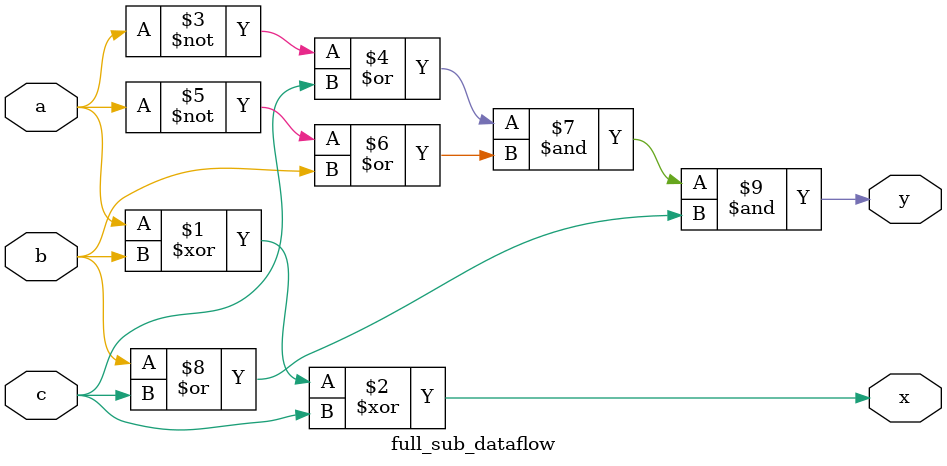
<source format=v>
`timescale 1ns / 1ps



module full_sub_dataflow(x,y,a,b,c);
input a,b,c;
output x,y;
assign x=a^b^c;
assign y=(~a|c)&(~a|b)&(b|c);
endmodule

</source>
